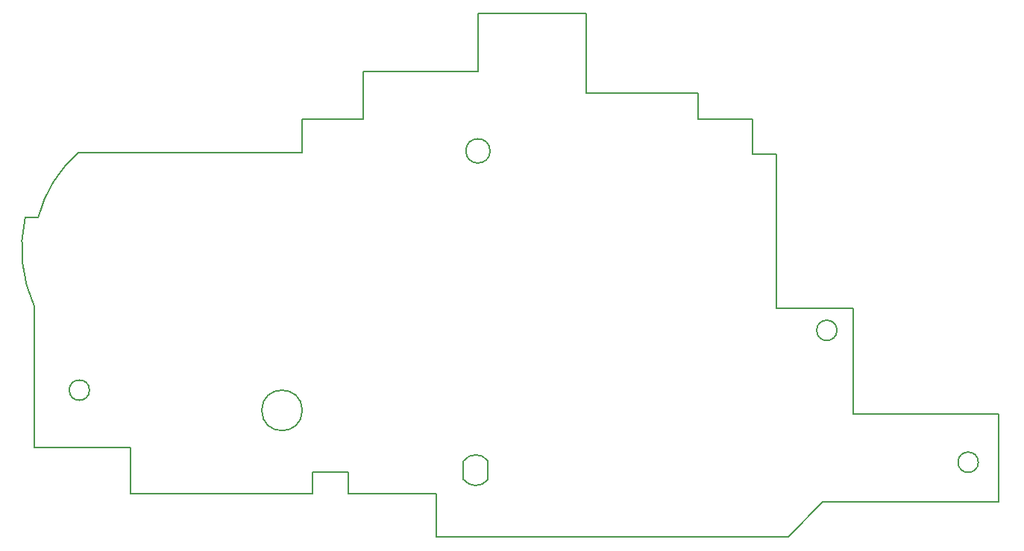
<source format=gbr>
G04 #@! TF.GenerationSoftware,KiCad,Pcbnew,(6.0.7)*
G04 #@! TF.CreationDate,2023-02-24T15:51:34-08:00*
G04 #@! TF.ProjectId,procon_gcc_main_pcb,70726f63-6f6e-45f6-9763-635f6d61696e,rev?*
G04 #@! TF.SameCoordinates,Original*
G04 #@! TF.FileFunction,Profile,NP*
%FSLAX46Y46*%
G04 Gerber Fmt 4.6, Leading zero omitted, Abs format (unit mm)*
G04 Created by KiCad (PCBNEW (6.0.7)) date 2023-02-24 15:51:34*
%MOMM*%
%LPD*%
G01*
G04 APERTURE LIST*
G04 #@! TA.AperFunction,Profile*
%ADD10C,0.200000*%
G04 #@! TD*
G04 APERTURE END LIST*
D10*
X189206225Y-143114357D02*
G75*
G03*
X189206225Y-143114357I-1150000J0D01*
G01*
X163606225Y-108114358D02*
X166306225Y-108114358D01*
X171556225Y-147614357D02*
X167656225Y-151614357D01*
X127656226Y-151614357D02*
X127656226Y-146714357D01*
X133781226Y-107714358D02*
G75*
G03*
X133781226Y-107714358I-1375000J0D01*
G01*
X191556225Y-137614357D02*
X191556225Y-147614357D01*
X133556226Y-142964357D02*
G75*
G03*
X130756226Y-142964357I-1400000J-1050000D01*
G01*
X166306225Y-125614358D02*
X175006225Y-125614358D01*
X163606225Y-104114358D02*
X163606225Y-108114358D01*
X132406226Y-98714358D02*
X132406226Y-92114358D01*
X117656226Y-144214357D02*
X113656226Y-144214357D01*
X92956226Y-141414357D02*
X82056226Y-141414357D01*
X175006225Y-125614358D02*
X175006225Y-137614357D01*
X127656226Y-146714357D02*
X117656226Y-146714357D01*
X87056226Y-107914358D02*
X112406226Y-107914358D01*
X144706225Y-92114358D02*
X144706225Y-101114358D01*
X92956226Y-146714357D02*
X92956226Y-141414357D01*
X119406226Y-98714358D02*
X132406226Y-98714358D01*
X157406225Y-101114358D02*
X157406225Y-104114358D01*
X113656226Y-146714357D02*
X92956226Y-146714357D01*
X167656225Y-151614357D02*
X127656226Y-151614357D01*
X81016754Y-115258145D02*
X82492713Y-115258145D01*
X82056226Y-141414357D02*
X82056226Y-125414358D01*
X157406225Y-104114358D02*
X163606225Y-104114358D01*
X88306226Y-134914358D02*
G75*
G03*
X88306226Y-134914358I-1150000J0D01*
G01*
X112406226Y-104114358D02*
X119406226Y-104114358D01*
X117656226Y-146714357D02*
X117656226Y-144214357D01*
X112456226Y-137214357D02*
G75*
G03*
X112456226Y-137214357I-2300000J0D01*
G01*
X112406226Y-107914358D02*
X112406226Y-104114358D01*
X132406226Y-92114358D02*
X144706225Y-92114358D01*
X113656226Y-144214357D02*
X113656226Y-146714357D01*
X175006225Y-137614357D02*
X191556225Y-137614357D01*
X191556225Y-147614357D02*
X171556225Y-147614357D01*
X119406226Y-104114358D02*
X119406226Y-98714358D01*
X81016778Y-115258151D02*
G75*
G03*
X82056226Y-125414358I15389422J-3556249D01*
G01*
X87056224Y-107914356D02*
G75*
G03*
X82492713Y-115258144I9349996J-10899994D01*
G01*
X173156225Y-128114358D02*
G75*
G03*
X173156225Y-128114358I-1150000J0D01*
G01*
X166306225Y-108114358D02*
X166306225Y-125614358D01*
X130756226Y-145064357D02*
G75*
G03*
X133556226Y-145064357I1400000J1050000D01*
G01*
X144706225Y-101114358D02*
X157406225Y-101114358D01*
X130756226Y-145064357D02*
X130756226Y-142964357D01*
X133556226Y-142964357D02*
X133556226Y-145064357D01*
M02*

</source>
